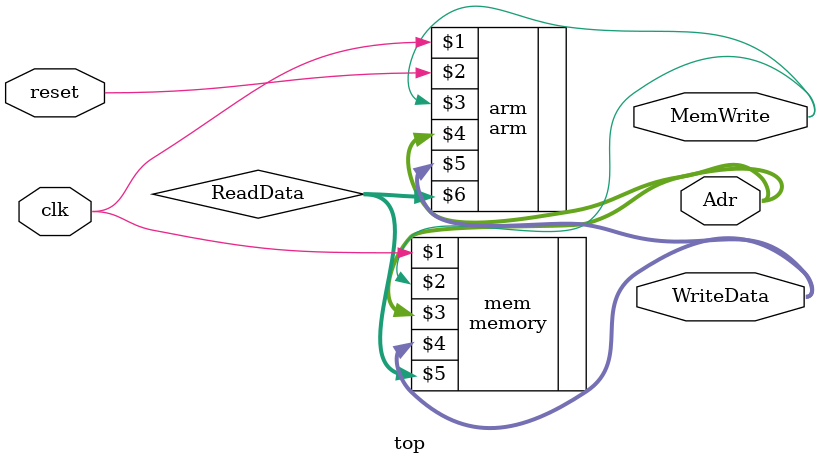
<source format=sv>


module top(input  logic        clk, reset, 
           output logic [31:0] WriteData, Adr, 
           output logic        MemWrite);

  logic [31:0] PC, Instr, ReadData;
  
  // instantiate processor and shared memory
  arm arm(clk, reset, MemWrite, Adr, 
          WriteData, ReadData);
  memory mem(clk, MemWrite, Adr, WriteData, ReadData);
endmodule

</source>
